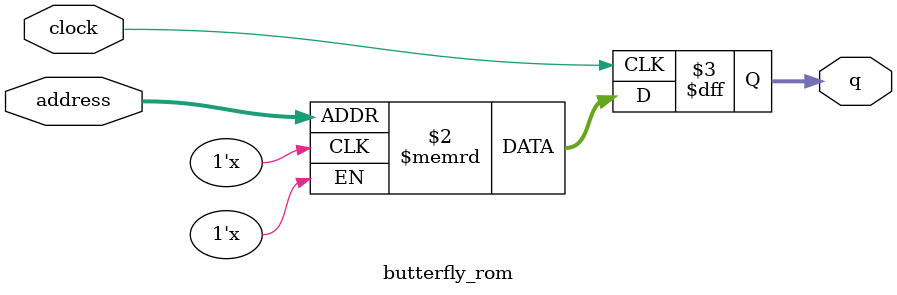
<source format=sv>
module butterfly_rom (
	input logic clock,
	input logic [18:0] address,
	output logic [3:0] q
);

logic [3:0] memory [0:307199] /* synthesis ram_init_file = "./butterfly/butterfly.COE" */;

always_ff @ (posedge clock) begin
	q <= memory[address];
end

endmodule

</source>
